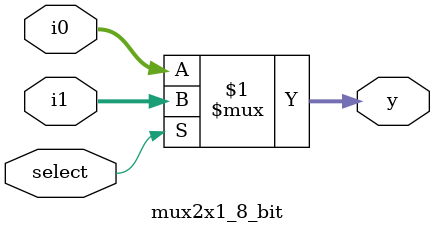
<source format=v>
module mux2x1_8_bit(output [7:0] y, input [7:0] i0,i1 , input select) ; 


assign y = (select) ? i1: i0 ; 


endmodule
</source>
